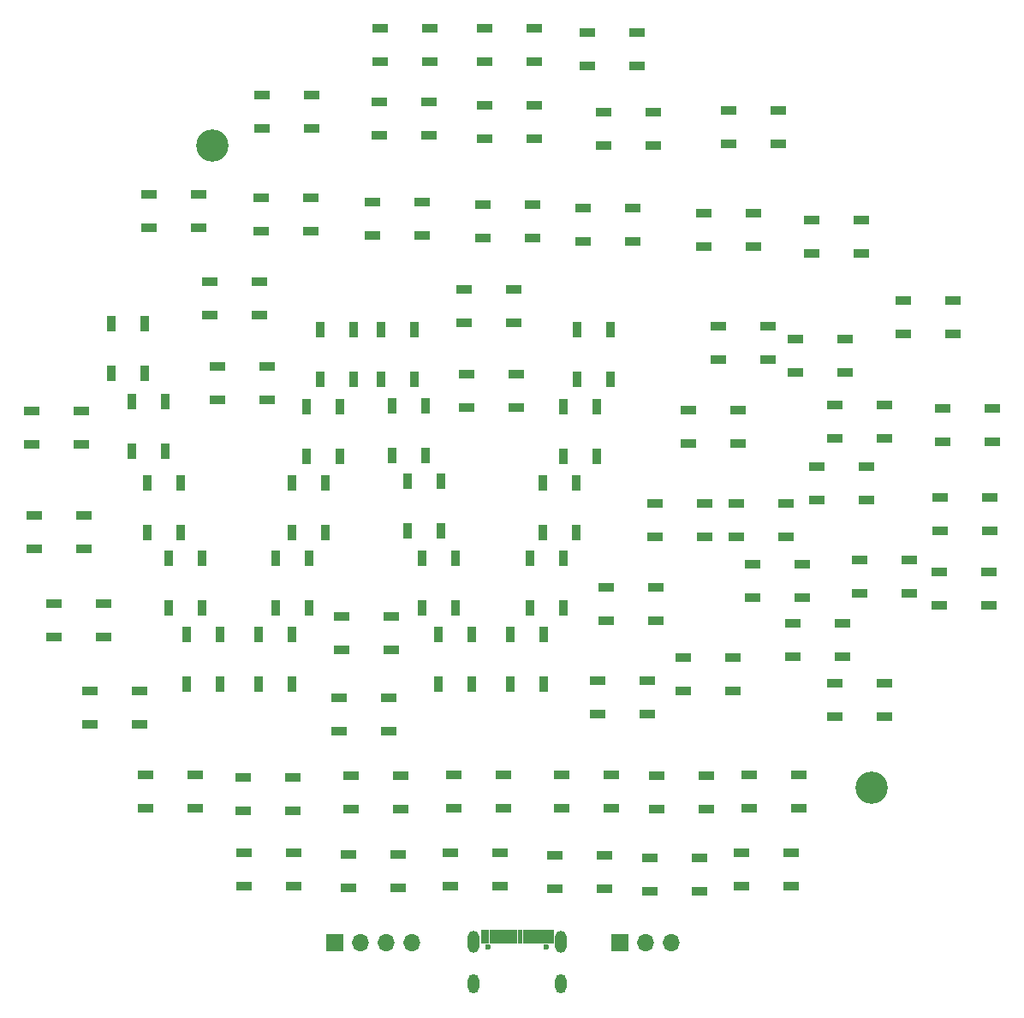
<source format=gbr>
%TF.GenerationSoftware,KiCad,Pcbnew,8.0.2*%
%TF.CreationDate,2025-03-09T15:23:07+01:00*%
%TF.ProjectId,WRadioLogo,57526164-696f-44c6-9f67-6f2e6b696361,rev?*%
%TF.SameCoordinates,Original*%
%TF.FileFunction,Soldermask,Top*%
%TF.FilePolarity,Negative*%
%FSLAX46Y46*%
G04 Gerber Fmt 4.6, Leading zero omitted, Abs format (unit mm)*
G04 Created by KiCad (PCBNEW 8.0.2) date 2025-03-09 15:23:07*
%MOMM*%
%LPD*%
G01*
G04 APERTURE LIST*
%ADD10C,0.010000*%
%ADD11R,1.500000X0.900000*%
%ADD12R,0.900000X1.500000*%
%ADD13C,3.200000*%
%ADD14C,0.600000*%
%ADD15O,1.104000X2.204000*%
%ADD16O,1.104000X1.904000*%
%ADD17R,1.700000X1.700000*%
%ADD18O,1.700000X1.700000*%
G04 APERTURE END LIST*
D10*
%TO.C,J1*%
X133195000Y-143836500D02*
X132495000Y-143836500D01*
X132495000Y-142596500D01*
X133195000Y-142596500D01*
X133195000Y-143836500D01*
G36*
X133195000Y-143836500D02*
G01*
X132495000Y-143836500D01*
X132495000Y-142596500D01*
X133195000Y-142596500D01*
X133195000Y-143836500D01*
G37*
X133995000Y-143836500D02*
X133295000Y-143836500D01*
X133295000Y-142596500D01*
X133995000Y-142596500D01*
X133995000Y-143836500D01*
G36*
X133995000Y-143836500D02*
G01*
X133295000Y-143836500D01*
X133295000Y-142596500D01*
X133995000Y-142596500D01*
X133995000Y-143836500D01*
G37*
X134495000Y-143836500D02*
X134095000Y-143836500D01*
X134095000Y-142596500D01*
X134495000Y-142596500D01*
X134495000Y-143836500D01*
G36*
X134495000Y-143836500D02*
G01*
X134095000Y-143836500D01*
X134095000Y-142596500D01*
X134495000Y-142596500D01*
X134495000Y-143836500D01*
G37*
X134995000Y-143836500D02*
X134595000Y-143836500D01*
X134595000Y-142596500D01*
X134995000Y-142596500D01*
X134995000Y-143836500D01*
G36*
X134995000Y-143836500D02*
G01*
X134595000Y-143836500D01*
X134595000Y-142596500D01*
X134995000Y-142596500D01*
X134995000Y-143836500D01*
G37*
X135495000Y-143836500D02*
X135095000Y-143836500D01*
X135095000Y-142596500D01*
X135495000Y-142596500D01*
X135495000Y-143836500D01*
G36*
X135495000Y-143836500D02*
G01*
X135095000Y-143836500D01*
X135095000Y-142596500D01*
X135495000Y-142596500D01*
X135495000Y-143836500D01*
G37*
X135995000Y-143836500D02*
X135595000Y-143836500D01*
X135595000Y-142596500D01*
X135995000Y-142596500D01*
X135995000Y-143836500D01*
G36*
X135995000Y-143836500D02*
G01*
X135595000Y-143836500D01*
X135595000Y-142596500D01*
X135995000Y-142596500D01*
X135995000Y-143836500D01*
G37*
X136495000Y-143836500D02*
X136095000Y-143836500D01*
X136095000Y-142596500D01*
X136495000Y-142596500D01*
X136495000Y-143836500D01*
G36*
X136495000Y-143836500D02*
G01*
X136095000Y-143836500D01*
X136095000Y-142596500D01*
X136495000Y-142596500D01*
X136495000Y-143836500D01*
G37*
X136995000Y-143836500D02*
X136595000Y-143836500D01*
X136595000Y-142596500D01*
X136995000Y-142596500D01*
X136995000Y-143836500D01*
G36*
X136995000Y-143836500D02*
G01*
X136595000Y-143836500D01*
X136595000Y-142596500D01*
X136995000Y-142596500D01*
X136995000Y-143836500D01*
G37*
X137495000Y-143836500D02*
X137095000Y-143836500D01*
X137095000Y-142596500D01*
X137495000Y-142596500D01*
X137495000Y-143836500D01*
G36*
X137495000Y-143836500D02*
G01*
X137095000Y-143836500D01*
X137095000Y-142596500D01*
X137495000Y-142596500D01*
X137495000Y-143836500D01*
G37*
X137995000Y-143836500D02*
X137595000Y-143836500D01*
X137595000Y-142596500D01*
X137995000Y-142596500D01*
X137995000Y-143836500D01*
G36*
X137995000Y-143836500D02*
G01*
X137595000Y-143836500D01*
X137595000Y-142596500D01*
X137995000Y-142596500D01*
X137995000Y-143836500D01*
G37*
X138795000Y-143836500D02*
X138095000Y-143836500D01*
X138095000Y-142596500D01*
X138795000Y-142596500D01*
X138795000Y-143836500D01*
G36*
X138795000Y-143836500D02*
G01*
X138095000Y-143836500D01*
X138095000Y-142596500D01*
X138795000Y-142596500D01*
X138795000Y-143836500D01*
G37*
X139595000Y-143836500D02*
X138895000Y-143836500D01*
X138895000Y-142596500D01*
X139595000Y-142596500D01*
X139595000Y-143836500D01*
G36*
X139595000Y-143836500D02*
G01*
X138895000Y-143836500D01*
X138895000Y-142596500D01*
X139595000Y-142596500D01*
X139595000Y-143836500D01*
G37*
%TD*%
D11*
%TO.C,D49*%
X118708000Y-111634000D03*
X118708000Y-114934000D03*
X123608000Y-114934000D03*
X123608000Y-111634000D03*
%TD*%
D12*
%TO.C,D12*%
X123699000Y-95668000D03*
X126999000Y-95668000D03*
X126999000Y-90768000D03*
X123699000Y-90768000D03*
%TD*%
D11*
%TO.C,D76*%
X158967000Y-127255000D03*
X158967000Y-130555000D03*
X163867000Y-130555000D03*
X163867000Y-127255000D03*
%TD*%
D12*
%TO.C,D8*%
X117093000Y-98388000D03*
X113793000Y-98388000D03*
X113793000Y-103288000D03*
X117093000Y-103288000D03*
%TD*%
D11*
%TO.C,D25*%
X157697000Y-100458000D03*
X157697000Y-103758000D03*
X162597000Y-103758000D03*
X162597000Y-100458000D03*
%TD*%
D12*
%TO.C,D11*%
X122556000Y-88175000D03*
X125856000Y-88175000D03*
X125856000Y-83275000D03*
X122556000Y-83275000D03*
%TD*%
D11*
%TO.C,D63*%
X152998000Y-91187000D03*
X152998000Y-94487000D03*
X157898000Y-94487000D03*
X157898000Y-91187000D03*
%TD*%
D12*
%TO.C,D4*%
X101601000Y-110781000D03*
X104901000Y-110781000D03*
X104901000Y-105881000D03*
X101601000Y-105881000D03*
%TD*%
D11*
%TO.C,D51*%
X174207000Y-80392000D03*
X174207000Y-83692000D03*
X179107000Y-83692000D03*
X179107000Y-80392000D03*
%TD*%
D12*
%TO.C,D3*%
X99442000Y-103288000D03*
X102742000Y-103288000D03*
X102742000Y-98388000D03*
X99442000Y-98388000D03*
%TD*%
D11*
%TO.C,D28*%
X163285000Y-112269000D03*
X163285000Y-115569000D03*
X168185000Y-115569000D03*
X168185000Y-112269000D03*
%TD*%
%TO.C,D64*%
X99277000Y-127255000D03*
X99277000Y-130555000D03*
X104177000Y-130555000D03*
X104177000Y-127255000D03*
%TD*%
%TO.C,D55*%
X177890000Y-99823000D03*
X177890000Y-103123000D03*
X182790000Y-103123000D03*
X182790000Y-99823000D03*
%TD*%
D12*
%TO.C,D15*%
X128271000Y-118274000D03*
X131571000Y-118274000D03*
X131571000Y-113374000D03*
X128271000Y-113374000D03*
%TD*%
%TO.C,D17*%
X140588000Y-105881000D03*
X137288000Y-105881000D03*
X137288000Y-110781000D03*
X140588000Y-110781000D03*
%TD*%
%TO.C,D6*%
X113791000Y-113374000D03*
X110491000Y-113374000D03*
X110491000Y-118274000D03*
X113791000Y-118274000D03*
%TD*%
D11*
%TO.C,D62*%
X177763000Y-107189000D03*
X177763000Y-110489000D03*
X182663000Y-110489000D03*
X182663000Y-107189000D03*
%TD*%
%TO.C,D37*%
X156935000Y-61596000D03*
X156935000Y-64896000D03*
X161835000Y-64896000D03*
X161835000Y-61596000D03*
%TD*%
%TO.C,D24*%
X165698000Y-96775000D03*
X165698000Y-100075000D03*
X170598000Y-100075000D03*
X170598000Y-96775000D03*
%TD*%
%TO.C,D68*%
X139790000Y-135256000D03*
X139790000Y-138556000D03*
X144690000Y-138556000D03*
X144690000Y-135256000D03*
%TD*%
%TO.C,D72*%
X119343000Y-135129000D03*
X119343000Y-138429000D03*
X124243000Y-138429000D03*
X124243000Y-135129000D03*
%TD*%
%TO.C,D70*%
X140425000Y-127255000D03*
X140425000Y-130555000D03*
X145325000Y-130555000D03*
X145325000Y-127255000D03*
%TD*%
%TO.C,D60*%
X178144000Y-91060000D03*
X178144000Y-94360000D03*
X183044000Y-94360000D03*
X183044000Y-91060000D03*
%TD*%
D12*
%TO.C,D5*%
X103379000Y-118274000D03*
X106679000Y-118274000D03*
X106679000Y-113374000D03*
X103379000Y-113374000D03*
%TD*%
%TO.C,D10*%
X119887000Y-83275000D03*
X116587000Y-83275000D03*
X116587000Y-88175000D03*
X119887000Y-88175000D03*
%TD*%
%TO.C,D18*%
X141858000Y-98388000D03*
X138558000Y-98388000D03*
X138558000Y-103288000D03*
X141858000Y-103288000D03*
%TD*%
%TO.C,D20*%
X145287000Y-83275000D03*
X141987000Y-83275000D03*
X141987000Y-88175000D03*
X145287000Y-88175000D03*
%TD*%
D11*
%TO.C,D21*%
X160819000Y-86232000D03*
X160819000Y-82932000D03*
X155919000Y-82932000D03*
X155919000Y-86232000D03*
%TD*%
%TO.C,D43*%
X154522000Y-71756000D03*
X154522000Y-75056000D03*
X159422000Y-75056000D03*
X159422000Y-71756000D03*
%TD*%
%TO.C,D44*%
X165190000Y-72391000D03*
X165190000Y-75691000D03*
X170090000Y-75691000D03*
X170090000Y-72391000D03*
%TD*%
D13*
%TO.C,H1*%
X171069000Y-128524000D03*
%TD*%
D11*
%TO.C,D46*%
X88265000Y-101600000D03*
X88265000Y-104900000D03*
X93165000Y-104900000D03*
X93165000Y-101600000D03*
%TD*%
%TO.C,D41*%
X132678000Y-70867000D03*
X132678000Y-74167000D03*
X137578000Y-74167000D03*
X137578000Y-70867000D03*
%TD*%
%TO.C,D29*%
X167476000Y-118238000D03*
X167476000Y-121538000D03*
X172376000Y-121538000D03*
X172376000Y-118238000D03*
%TD*%
D14*
%TO.C,J1*%
X133155000Y-144286500D03*
X138935000Y-144286500D03*
D15*
X131720000Y-143796500D03*
X140370000Y-143796500D03*
D16*
X131720000Y-147966500D03*
X140370000Y-147966500D03*
%TD*%
D11*
%TO.C,D27*%
X159348000Y-106427000D03*
X159348000Y-109727000D03*
X164248000Y-109727000D03*
X164248000Y-106427000D03*
%TD*%
D12*
%TO.C,D7*%
X115442000Y-105881000D03*
X112142000Y-105881000D03*
X112142000Y-110781000D03*
X115442000Y-110781000D03*
%TD*%
D17*
%TO.C,J2*%
X117993000Y-143891000D03*
D18*
X120533000Y-143891000D03*
X123073000Y-143891000D03*
X125613000Y-143891000D03*
%TD*%
D11*
%TO.C,D23*%
X167476000Y-90679000D03*
X167476000Y-93979000D03*
X172376000Y-93979000D03*
X172376000Y-90679000D03*
%TD*%
%TO.C,D52*%
X144870000Y-108713000D03*
X144870000Y-112013000D03*
X149770000Y-112013000D03*
X149770000Y-108713000D03*
%TD*%
%TO.C,D40*%
X121756000Y-70613000D03*
X121756000Y-73913000D03*
X126656000Y-73913000D03*
X126656000Y-70613000D03*
%TD*%
%TO.C,D45*%
X105664000Y-78488000D03*
X105664000Y-81788000D03*
X110564000Y-81788000D03*
X110564000Y-78488000D03*
%TD*%
%TO.C,D39*%
X110707000Y-70232000D03*
X110707000Y-73532000D03*
X115607000Y-73532000D03*
X115607000Y-70232000D03*
%TD*%
%TO.C,D22*%
X168439000Y-87502000D03*
X168439000Y-84202000D03*
X163539000Y-84202000D03*
X163539000Y-87502000D03*
%TD*%
%TO.C,D53*%
X152490000Y-115698000D03*
X152490000Y-118998000D03*
X157390000Y-118998000D03*
X157390000Y-115698000D03*
%TD*%
%TO.C,D34*%
X122391000Y-60707000D03*
X122391000Y-64007000D03*
X127291000Y-64007000D03*
X127291000Y-60707000D03*
%TD*%
%TO.C,D71*%
X149188000Y-135510000D03*
X149188000Y-138810000D03*
X154088000Y-138810000D03*
X154088000Y-135510000D03*
%TD*%
D12*
%TO.C,D1*%
X95886000Y-87540000D03*
X99186000Y-87540000D03*
X99186000Y-82640000D03*
X95886000Y-82640000D03*
%TD*%
D11*
%TO.C,D26*%
X149696000Y-100458000D03*
X149696000Y-103758000D03*
X154596000Y-103758000D03*
X154596000Y-100458000D03*
%TD*%
%TO.C,D38*%
X99658000Y-69851000D03*
X99658000Y-73151000D03*
X104558000Y-73151000D03*
X104558000Y-69851000D03*
%TD*%
%TO.C,D30*%
X127418000Y-56768000D03*
X127418000Y-53468000D03*
X122518000Y-53468000D03*
X122518000Y-56768000D03*
%TD*%
%TO.C,D59*%
X90260000Y-110364000D03*
X90260000Y-113664000D03*
X95160000Y-113664000D03*
X95160000Y-110364000D03*
%TD*%
%TO.C,D31*%
X137705000Y-56768000D03*
X137705000Y-53468000D03*
X132805000Y-53468000D03*
X132805000Y-56768000D03*
%TD*%
D12*
%TO.C,D14*%
X126620000Y-110781000D03*
X129920000Y-110781000D03*
X129920000Y-105881000D03*
X126620000Y-105881000D03*
%TD*%
D11*
%TO.C,D32*%
X142965000Y-53849000D03*
X142965000Y-57149000D03*
X147865000Y-57149000D03*
X147865000Y-53849000D03*
%TD*%
D13*
%TO.C,H2*%
X105918000Y-65024000D03*
%TD*%
D11*
%TO.C,D58*%
X119634000Y-127383000D03*
X119634000Y-130683000D03*
X124534000Y-130683000D03*
X124534000Y-127383000D03*
%TD*%
%TO.C,D73*%
X149823000Y-127382000D03*
X149823000Y-130682000D03*
X154723000Y-130682000D03*
X154723000Y-127382000D03*
%TD*%
%TO.C,D67*%
X129757000Y-127255000D03*
X129757000Y-130555000D03*
X134657000Y-130555000D03*
X134657000Y-127255000D03*
%TD*%
%TO.C,D47*%
X118454000Y-119635000D03*
X118454000Y-122935000D03*
X123354000Y-122935000D03*
X123354000Y-119635000D03*
%TD*%
%TO.C,D69*%
X109056000Y-135002000D03*
X109056000Y-138302000D03*
X113956000Y-138302000D03*
X113956000Y-135002000D03*
%TD*%
%TO.C,D42*%
X142584000Y-71248000D03*
X142584000Y-74548000D03*
X147484000Y-74548000D03*
X147484000Y-71248000D03*
%TD*%
%TO.C,D50*%
X143981000Y-117984000D03*
X143981000Y-121284000D03*
X148881000Y-121284000D03*
X148881000Y-117984000D03*
%TD*%
%TO.C,D61*%
X108929000Y-127509000D03*
X108929000Y-130809000D03*
X113829000Y-130809000D03*
X113829000Y-127509000D03*
%TD*%
%TO.C,D75*%
X129413000Y-135001000D03*
X129413000Y-138301000D03*
X134313000Y-138301000D03*
X134313000Y-135001000D03*
%TD*%
%TO.C,D65*%
X169889000Y-106046000D03*
X169889000Y-109346000D03*
X174789000Y-109346000D03*
X174789000Y-106046000D03*
%TD*%
D12*
%TO.C,D13*%
X125223000Y-103161000D03*
X128523000Y-103161000D03*
X128523000Y-98261000D03*
X125223000Y-98261000D03*
%TD*%
D11*
%TO.C,D74*%
X158205000Y-135002000D03*
X158205000Y-138302000D03*
X163105000Y-138302000D03*
X163105000Y-135002000D03*
%TD*%
%TO.C,D33*%
X110834000Y-60072000D03*
X110834000Y-63372000D03*
X115734000Y-63372000D03*
X115734000Y-60072000D03*
%TD*%
D17*
%TO.C,J3*%
X146177000Y-143891000D03*
D18*
X148717000Y-143891000D03*
X151257000Y-143891000D03*
%TD*%
D12*
%TO.C,D19*%
X143890000Y-90895000D03*
X140590000Y-90895000D03*
X140590000Y-95795000D03*
X143890000Y-95795000D03*
%TD*%
%TO.C,D2*%
X97918000Y-95287000D03*
X101218000Y-95287000D03*
X101218000Y-90387000D03*
X97918000Y-90387000D03*
%TD*%
D11*
%TO.C,D54*%
X106389000Y-86869000D03*
X106389000Y-90169000D03*
X111289000Y-90169000D03*
X111289000Y-86869000D03*
%TD*%
%TO.C,D35*%
X132805000Y-61088000D03*
X132805000Y-64388000D03*
X137705000Y-64388000D03*
X137705000Y-61088000D03*
%TD*%
%TO.C,D48*%
X130773000Y-79249000D03*
X130773000Y-82549000D03*
X135673000Y-82549000D03*
X135673000Y-79249000D03*
%TD*%
%TO.C,D56*%
X93816000Y-119000000D03*
X93816000Y-122300000D03*
X98716000Y-122300000D03*
X98716000Y-119000000D03*
%TD*%
D12*
%TO.C,D16*%
X138683000Y-113374000D03*
X135383000Y-113374000D03*
X135383000Y-118274000D03*
X138683000Y-118274000D03*
%TD*%
D11*
%TO.C,D66*%
X131027000Y-87631000D03*
X131027000Y-90931000D03*
X135927000Y-90931000D03*
X135927000Y-87631000D03*
%TD*%
%TO.C,D57*%
X88064000Y-91314000D03*
X88064000Y-94614000D03*
X92964000Y-94614000D03*
X92964000Y-91314000D03*
%TD*%
D12*
%TO.C,D9*%
X118490000Y-90895000D03*
X115190000Y-90895000D03*
X115190000Y-95795000D03*
X118490000Y-95795000D03*
%TD*%
D11*
%TO.C,D36*%
X144616000Y-61723000D03*
X144616000Y-65023000D03*
X149516000Y-65023000D03*
X149516000Y-61723000D03*
%TD*%
M02*

</source>
